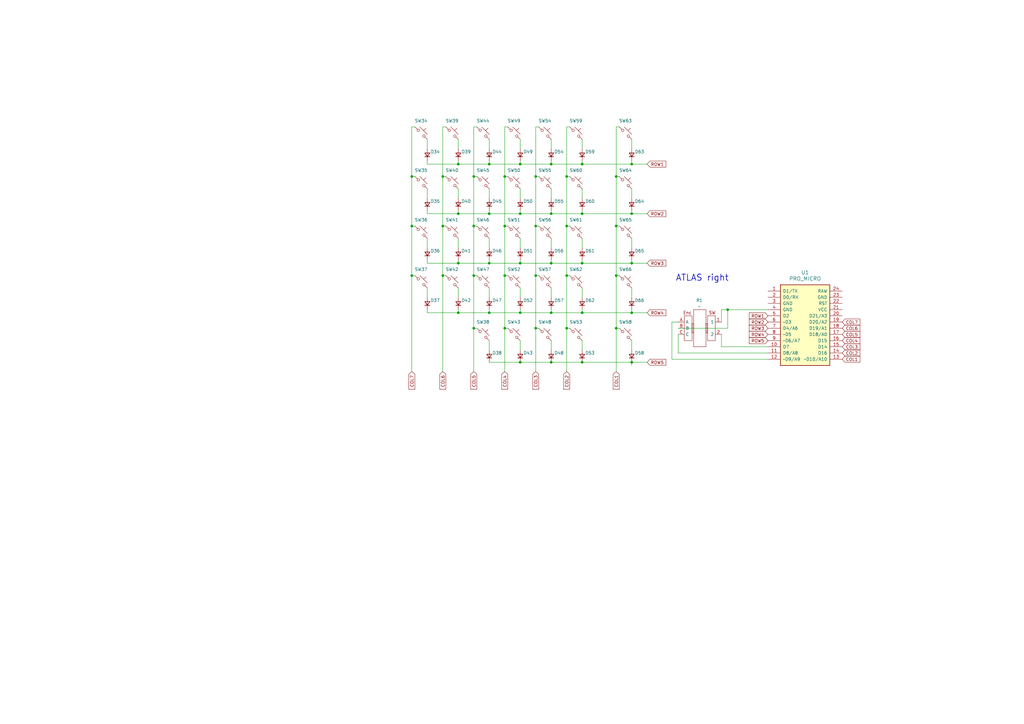
<source format=kicad_sch>
(kicad_sch (version 20250114) (generator "eeschema") (generator_version "9.0")
  (paper "A3")
  (lib_symbols
    (symbol "Arduino:Sparkfun_Pro_Micro" (pin_names (offset 1.016))
      (property "Reference" "U" (at -8.89 21.59 0))
      (property "Value" "Sparkfun_Pro_Micro" (at 0 19.05 0))
      (symbol "Sparkfun_Pro_Micro_0_1"
        (rectangle (start -10.16 17.78) (end 10.16 -15.24) (stroke (width 0.254)) (fill (type background)))
      )
      (symbol "Sparkfun_Pro_Micro_1_1"
        (pin bidirectional line (at -15.24 15.24 0) (length 5.08) (name "D1/TX") (number "1"))
        (pin bidirectional line (at -15.24 12.7 0) (length 5.08) (name "D0/RX") (number "2"))
        (pin power_in line (at -15.24 10.16 0) (length 5.08) (name "GND") (number "3"))
        (pin power_in line (at -15.24 7.62 0) (length 5.08) (name "GND") (number "4"))
        (pin bidirectional line (at -15.24 5.08 0) (length 5.08) (name "D2") (number "5"))
        (pin bidirectional line (at -15.24 2.54 0) (length 5.08) (name "~D3") (number "6"))
        (pin bidirectional line (at -15.24 0 0) (length 5.08) (name "D4/A6") (number "7"))
        (pin bidirectional line (at -15.24 -2.54 0) (length 5.08) (name "~D5") (number "8"))
        (pin bidirectional line (at -15.24 -5.08 0) (length 5.08) (name "~D6/A7") (number "9"))
        (pin bidirectional line (at -15.24 -7.62 0) (length 5.08) (name "D7") (number "10"))
        (pin bidirectional line (at -15.24 -10.16 0) (length 5.08) (name "D8/A8") (number "11"))
        (pin bidirectional line (at -15.24 -12.7 0) (length 5.08) (name "~D9/A9") (number "12"))
        (pin power_in line (at 15.24 15.24 180) (length 5.08) (name "RAW") (number "24"))
        (pin power_in line (at 15.24 12.7 180) (length 5.08) (name "GND") (number "23"))
        (pin input line (at 15.24 10.16 180) (length 5.08) (name "RST") (number "22"))
        (pin power_in line (at 15.24 7.62 180) (length 5.08) (name "VCC") (number "21"))
        (pin bidirectional line (at 15.24 5.08 180) (length 5.08) (name "D21/A3") (number "20"))
        (pin bidirectional line (at 15.24 2.54 180) (length 5.08) (name "D20/A2") (number "19"))
        (pin bidirectional line (at 15.24 0 180) (length 5.08) (name "D19/A1") (number "18"))
        (pin bidirectional line (at 15.24 -2.54 180) (length 5.08) (name "D18/A0") (number "17"))
        (pin bidirectional line (at 15.24 -5.08 180) (length 5.08) (name "D15") (number "16"))
        (pin bidirectional line (at 15.24 -7.62 180) (length 5.08) (name "D14") (number "15"))
        (pin bidirectional line (at 15.24 -10.16 180) (length 5.08) (name "D16") (number "14"))
        (pin bidirectional line (at 15.24 -12.7 180) (length 5.08) (name "~D10/A10") (number "13"))
      )
    )
    (symbol "Device:D_Small" (pin_numbers (hide yes)) (pin_names (offset 0.254) (hide yes))
      (property "Reference" "D" (at -1.27 2.032 0))
      (property "Value" "D_Small" (at -3.81 -2.032 0))
      (symbol "D_Small_0_1"
        (polyline (pts (xy -0.762 0) (xy 0.762 0)))
        (polyline (pts (xy -0.762 -1.016) (xy -0.762 1.016)) (stroke (width 0.254)))
        (polyline (pts (xy 0.762 -1.016) (xy -0.762 0) (xy 0.762 1.016) (xy 0.762 -1.016)) (stroke (width 0.254)))
      )
      (symbol "D_Small_1_1"
        (pin passive line (at -2.54 0 0) (length 1.778) (name "K") (number "1"))
        (pin passive line (at 2.54 0 180) (length 1.778) (name "A") (number "2"))
      )
    )
    (symbol "Switch:SW_Push_45deg" (pin_numbers (hide yes)) (pin_names (offset 1.016) (hide yes))
      (property "Reference" "SW" (at 3.048 1.016 0))
      (property "Value" "SW_Push_45deg" (at 0 -3.81 0))
      (symbol "SW_Push_45deg_0_1"
        (polyline (pts (xy -2.54 2.54) (xy -1.524 1.524) (xy -1.524 1.524)))
        (circle (center -1.1684 1.1684) (radius 0.508))
        (polyline (pts (xy -0.508 2.54) (xy 2.54 -0.508)))
        (polyline (pts (xy 1.016 1.016) (xy 2.032 2.032)))
        (circle (center 1.143 -1.1938) (radius 0.508))
        (polyline (pts (xy 1.524 -1.524) (xy 2.54 -2.54) (xy 2.54 -2.54) (xy 2.54 -2.54)))
        (pin passive line (at -2.54 2.54 0) (length 0) (name "1") (number "1"))
        (pin passive line (at 2.54 -2.54 180) (length 0) (name "2") (number "2"))
      )
    )
    (symbol "THQWGD001:THQWGD001_with_Click"
      (property "Reference" "R" (at 0 -0.254 0))
      (symbol "THQWGD001_with_Click_0_1"
        (rectangle (start -3.175 1.905) (end -2.54 -1.905))
        (rectangle (start -2.54 7.62) (end 2.54 -7.62))
        (rectangle (start 2.54 1.905) (end 3.175 -1.905))
        (rectangle (start 3.175 5.08) (end 6.35 -5.08))
      )
      (symbol "THQWGD001_with_Click_1_1"
        (rectangle (start -6.35 5.08) (end -3.175 -5.08))
        (text "Enc" (at -5.08 6.35 0) (effects (font (size 1.27 1.27))))
        (text "SW" (at 5.08 6.35 0) (effects (font (size 1.27 1.27))))
        (pin passive line (at -8.89 2.54 0) (length 2.54) (name "A") (number "A"))
        (pin passive line (at -8.89 0 0) (length 2.54) (name "B") (number "B"))
        (pin passive line (at -8.89 -2.54 0) (length 2.54) (name "C") (number "C"))
        (pin passive line (at 8.89 2.54 180) (length 2.54) (name "1") (number "1"))
        (pin passive line (at 8.89 -2.54 180) (length 2.54) (name "2") (number "2"))
      )
    )
  )
  (text "ATLAS right\n" (at 288.036 114.046 0) (effects (font (size 2.54 2.54) (thickness 0.254) (bold yes))))
  (junction (at 252.73 113.03))
  (junction (at 194.31 92.71))
  (junction (at 194.31 134.62))
  (junction (at 219.71 72.39))
  (junction (at 207.01 72.39))
  (junction (at 194.31 113.03))
  (junction (at 232.41 113.03))
  (junction (at 259.08 107.95))
  (junction (at 259.08 128.27))
  (junction (at 226.06 148.59))
  (junction (at 232.41 92.71))
  (junction (at 238.76 107.95))
  (junction (at 207.01 134.62))
  (junction (at 187.96 128.27))
  (junction (at 168.91 72.39))
  (junction (at 298.45 127))
  (junction (at 226.06 107.95))
  (junction (at 238.76 67.31))
  (junction (at 219.71 113.03))
  (junction (at 213.36 107.95))
  (junction (at 168.91 92.71))
  (junction (at 168.91 113.03))
  (junction (at 259.08 87.63))
  (junction (at 238.76 148.59))
  (junction (at 252.73 92.71))
  (junction (at 232.41 72.39))
  (junction (at 219.71 92.71))
  (junction (at 226.06 67.31))
  (junction (at 200.66 128.27))
  (junction (at 259.08 148.59))
  (junction (at 213.36 67.31))
  (junction (at 187.96 87.63))
  (junction (at 200.66 107.95))
  (junction (at 181.61 113.03))
  (junction (at 259.08 67.31))
  (junction (at 226.06 128.27))
  (junction (at 252.73 72.39))
  (junction (at 213.36 148.59))
  (junction (at 181.61 92.71))
  (junction (at 213.36 128.27))
  (junction (at 207.01 113.03))
  (junction (at 213.36 87.63))
  (junction (at 200.66 87.63))
  (junction (at 207.01 92.71))
  (junction (at 187.96 67.31))
  (junction (at 232.41 134.62))
  (junction (at 194.31 72.39))
  (junction (at 187.96 107.95))
  (junction (at 219.71 134.62))
  (junction (at 252.73 134.62))
  (junction (at 238.76 128.27))
  (junction (at 226.06 87.63))
  (junction (at 181.61 72.39))
  (junction (at 238.76 87.63))
  (junction (at 200.66 67.31))
  (wire (pts (xy 252.73 134.62) (xy 252.73 152.4)))
  (wire (pts (xy 238.76 118.11) (xy 238.76 121.92)))
  (wire (pts (xy 233.68 134.62) (xy 232.41 134.62)))
  (wire (pts (xy 259.08 57.15) (xy 259.08 60.96)))
  (wire (pts (xy 194.31 92.71) (xy 194.31 113.03)))
  (wire (pts (xy 295.91 137.16) (xy 295.91 142.24)))
  (wire (pts (xy 207.01 113.03) (xy 207.01 134.62)))
  (wire (pts (xy 219.71 52.07) (xy 219.71 72.39)))
  (wire (pts (xy 275.59 132.08) (xy 275.59 147.32)))
  (wire (pts (xy 200.66 106.68) (xy 200.66 107.95)))
  (wire (pts (xy 181.61 52.07) (xy 181.61 72.39)))
  (wire (pts (xy 194.31 134.62) (xy 194.31 152.4)))
  (wire (pts (xy 213.36 127) (xy 213.36 128.27)))
  (wire (pts (xy 213.36 66.04) (xy 213.36 67.31)))
  (wire (pts (xy 259.08 128.27) (xy 265.43 128.27)))
  (wire (pts (xy 252.73 92.71) (xy 252.73 113.03)))
  (wire (pts (xy 219.71 113.03) (xy 219.71 134.62)))
  (wire (pts (xy 226.06 148.59) (xy 238.76 148.59)))
  (wire (pts (xy 220.98 72.39) (xy 219.71 72.39)))
  (wire (pts (xy 254 72.39) (xy 252.73 72.39)))
  (wire (pts (xy 168.91 52.07) (xy 168.91 72.39)))
  (wire (pts (xy 187.96 118.11) (xy 187.96 121.92)))
  (wire (pts (xy 181.61 72.39) (xy 181.61 92.71)))
  (wire (pts (xy 187.96 57.15) (xy 187.96 60.96)))
  (wire (pts (xy 298.45 127) (xy 314.96 127)))
  (wire (pts (xy 213.36 118.11) (xy 213.36 121.92)))
  (wire (pts (xy 213.36 97.79) (xy 213.36 101.6)))
  (wire (pts (xy 232.41 134.62) (xy 232.41 152.4)))
  (wire (pts (xy 213.36 57.15) (xy 213.36 60.96)))
  (wire (pts (xy 259.08 127) (xy 259.08 128.27)))
  (wire (pts (xy 259.08 118.11) (xy 259.08 121.92)))
  (wire (pts (xy 226.06 97.79) (xy 226.06 101.6)))
  (wire (pts (xy 175.26 107.95) (xy 187.96 107.95)))
  (wire (pts (xy 213.36 139.7) (xy 213.36 143.51)))
  (wire (pts (xy 233.68 113.03) (xy 232.41 113.03)))
  (wire (pts (xy 259.08 97.79) (xy 259.08 101.6)))
  (wire (pts (xy 219.71 134.62) (xy 219.71 152.4)))
  (wire (pts (xy 187.96 128.27) (xy 200.66 128.27)))
  (wire (pts (xy 238.76 139.7) (xy 238.76 143.51)))
  (wire (pts (xy 232.41 52.07) (xy 232.41 72.39)))
  (wire (pts (xy 175.26 97.79) (xy 175.26 101.6)))
  (wire (pts (xy 182.88 52.07) (xy 181.61 52.07)))
  (wire (pts (xy 200.66 77.47) (xy 200.66 81.28)))
  (wire (pts (xy 295.91 127) (xy 298.45 127)))
  (wire (pts (xy 298.45 127) (xy 298.45 134.62)))
  (wire (pts (xy 187.96 67.31) (xy 200.66 67.31)))
  (wire (pts (xy 238.76 66.04) (xy 238.76 67.31)))
  (wire (pts (xy 278.13 144.78) (xy 314.96 144.78)))
  (wire (pts (xy 220.98 113.03) (xy 219.71 113.03)))
  (wire (pts (xy 220.98 92.71) (xy 219.71 92.71)))
  (wire (pts (xy 219.71 72.39) (xy 219.71 92.71)))
  (wire (pts (xy 208.28 72.39) (xy 207.01 72.39)))
  (wire (pts (xy 175.26 106.68) (xy 175.26 107.95)))
  (wire (pts (xy 194.31 134.62) (xy 195.58 134.62)))
  (wire (pts (xy 200.66 128.27) (xy 213.36 128.27)))
  (wire (pts (xy 168.91 92.71) (xy 168.91 113.03)))
  (wire (pts (xy 213.36 106.68) (xy 213.36 107.95)))
  (wire (pts (xy 200.66 86.36) (xy 200.66 87.63)))
  (wire (pts (xy 232.41 113.03) (xy 232.41 134.62)))
  (wire (pts (xy 275.59 147.32) (xy 314.96 147.32)))
  (wire (pts (xy 226.06 107.95) (xy 238.76 107.95)))
  (wire (pts (xy 259.08 148.59) (xy 259.08 149.86)))
  (wire (pts (xy 213.36 148.59) (xy 226.06 148.59)))
  (wire (pts (xy 170.18 52.07) (xy 168.91 52.07)))
  (wire (pts (xy 238.76 87.63) (xy 259.08 87.63)))
  (wire (pts (xy 259.08 107.95) (xy 265.43 107.95)))
  (wire (pts (xy 259.08 66.04) (xy 259.08 67.31)))
  (wire (pts (xy 254 92.71) (xy 252.73 92.71)))
  (wire (pts (xy 195.58 113.03) (xy 194.31 113.03)))
  (wire (pts (xy 170.18 92.71) (xy 168.91 92.71)))
  (wire (pts (xy 207.01 72.39) (xy 207.01 92.71)))
  (wire (pts (xy 187.96 87.63) (xy 200.66 87.63)))
  (wire (pts (xy 226.06 86.36) (xy 226.06 87.63)))
  (wire (pts (xy 259.08 77.47) (xy 259.08 81.28)))
  (wire (pts (xy 200.66 87.63) (xy 213.36 87.63)))
  (wire (pts (xy 168.91 72.39) (xy 168.91 92.71)))
  (wire (pts (xy 187.96 77.47) (xy 187.96 81.28)))
  (wire (pts (xy 170.18 72.39) (xy 168.91 72.39)))
  (wire (pts (xy 220.98 52.07) (xy 219.71 52.07)))
  (wire (pts (xy 295.91 132.08) (xy 295.91 127)))
  (wire (pts (xy 238.76 67.31) (xy 259.08 67.31)))
  (wire (pts (xy 200.66 107.95) (xy 213.36 107.95)))
  (wire (pts (xy 226.06 127) (xy 226.06 128.27)))
  (wire (pts (xy 187.96 127) (xy 187.96 128.27)))
  (wire (pts (xy 200.66 66.04) (xy 200.66 67.31)))
  (wire (pts (xy 175.26 128.27) (xy 187.96 128.27)))
  (wire (pts (xy 278.13 134.62) (xy 298.45 134.62)))
  (wire (pts (xy 252.73 113.03) (xy 252.73 134.62)))
  (wire (pts (xy 175.26 57.15) (xy 175.26 60.96)))
  (wire (pts (xy 175.26 67.31) (xy 187.96 67.31)))
  (wire (pts (xy 219.71 134.62) (xy 220.98 134.62)))
  (wire (pts (xy 208.28 52.07) (xy 207.01 52.07)))
  (wire (pts (xy 175.26 118.11) (xy 175.26 121.92)))
  (wire (pts (xy 175.26 77.47) (xy 175.26 81.28)))
  (wire (pts (xy 259.08 67.31) (xy 265.43 67.31)))
  (wire (pts (xy 259.08 139.7) (xy 259.08 143.51)))
  (wire (pts (xy 238.76 86.36) (xy 238.76 87.63)))
  (wire (pts (xy 259.08 106.68) (xy 259.08 107.95)))
  (wire (pts (xy 187.96 66.04) (xy 187.96 67.31)))
  (wire (pts (xy 200.66 57.15) (xy 200.66 60.96)))
  (wire (pts (xy 213.36 77.47) (xy 213.36 81.28)))
  (wire (pts (xy 252.73 134.62) (xy 254 134.62)))
  (wire (pts (xy 238.76 57.15) (xy 238.76 60.96)))
  (wire (pts (xy 238.76 148.59) (xy 259.08 148.59)))
  (wire (pts (xy 238.76 127) (xy 238.76 128.27)))
  (wire (pts (xy 226.06 87.63) (xy 238.76 87.63)))
  (wire (pts (xy 194.31 72.39) (xy 194.31 92.71)))
  (wire (pts (xy 207.01 92.71) (xy 207.01 113.03)))
  (wire (pts (xy 200.66 139.7) (xy 200.66 143.51)))
  (wire (pts (xy 200.66 97.79) (xy 200.66 101.6)))
  (wire (pts (xy 232.41 72.39) (xy 232.41 92.71)))
  (wire (pts (xy 181.61 113.03) (xy 181.61 152.4)))
  (wire (pts (xy 175.26 66.04) (xy 175.26 67.31)))
  (wire (pts (xy 259.08 148.59) (xy 265.43 148.59)))
  (wire (pts (xy 226.06 57.15) (xy 226.06 60.96)))
  (wire (pts (xy 207.01 52.07) (xy 207.01 72.39)))
  (wire (pts (xy 213.36 128.27) (xy 226.06 128.27)))
  (wire (pts (xy 200.66 148.59) (xy 213.36 148.59)))
  (wire (pts (xy 195.58 52.07) (xy 194.31 52.07)))
  (wire (pts (xy 181.61 92.71) (xy 181.61 113.03)))
  (wire (pts (xy 278.13 132.08) (xy 275.59 132.08)))
  (wire (pts (xy 226.06 66.04) (xy 226.06 67.31)))
  (wire (pts (xy 233.68 72.39) (xy 232.41 72.39)))
  (wire (pts (xy 232.41 92.71) (xy 232.41 113.03)))
  (wire (pts (xy 208.28 113.03) (xy 207.01 113.03)))
  (wire (pts (xy 259.08 87.63) (xy 265.43 87.63)))
  (wire (pts (xy 207.01 134.62) (xy 207.01 152.4)))
  (wire (pts (xy 194.31 113.03) (xy 194.31 134.62)))
  (wire (pts (xy 168.91 113.03) (xy 168.91 152.4)))
  (wire (pts (xy 182.88 72.39) (xy 181.61 72.39)))
  (wire (pts (xy 252.73 72.39) (xy 252.73 92.71)))
  (wire (pts (xy 195.58 92.71) (xy 194.31 92.71)))
  (wire (pts (xy 259.08 86.36) (xy 259.08 87.63)))
  (wire (pts (xy 200.66 118.11) (xy 200.66 121.92)))
  (wire (pts (xy 194.31 52.07) (xy 194.31 72.39)))
  (wire (pts (xy 175.26 127) (xy 175.26 128.27)))
  (wire (pts (xy 219.71 92.71) (xy 219.71 113.03)))
  (wire (pts (xy 226.06 139.7) (xy 226.06 143.51)))
  (wire (pts (xy 208.28 92.71) (xy 207.01 92.71)))
  (wire (pts (xy 252.73 52.07) (xy 252.73 72.39)))
  (wire (pts (xy 254 52.07) (xy 252.73 52.07)))
  (wire (pts (xy 213.36 87.63) (xy 226.06 87.63)))
  (wire (pts (xy 233.68 92.71) (xy 232.41 92.71)))
  (wire (pts (xy 213.36 86.36) (xy 213.36 87.63)))
  (wire (pts (xy 213.36 67.31) (xy 226.06 67.31)))
  (wire (pts (xy 226.06 106.68) (xy 226.06 107.95)))
  (wire (pts (xy 187.96 107.95) (xy 200.66 107.95)))
  (wire (pts (xy 254 113.03) (xy 252.73 113.03)))
  (wire (pts (xy 233.68 52.07) (xy 232.41 52.07)))
  (wire (pts (xy 182.88 113.03) (xy 181.61 113.03)))
  (wire (pts (xy 226.06 128.27) (xy 238.76 128.27)))
  (wire (pts (xy 170.18 113.03) (xy 168.91 113.03)))
  (wire (pts (xy 213.36 107.95) (xy 226.06 107.95)))
  (wire (pts (xy 226.06 77.47) (xy 226.06 81.28)))
  (wire (pts (xy 187.96 86.36) (xy 187.96 87.63)))
  (wire (pts (xy 200.66 67.31) (xy 213.36 67.31)))
  (wire (pts (xy 238.76 77.47) (xy 238.76 81.28)))
  (wire (pts (xy 238.76 128.27) (xy 259.08 128.27)))
  (wire (pts (xy 238.76 107.95) (xy 259.08 107.95)))
  (wire (pts (xy 195.58 72.39) (xy 194.31 72.39)))
  (wire (pts (xy 175.26 87.63) (xy 187.96 87.63)))
  (wire (pts (xy 278.13 137.16) (xy 278.13 144.78)))
  (wire (pts (xy 187.96 97.79) (xy 187.96 101.6)))
  (wire (pts (xy 207.01 134.62) (xy 208.28 134.62)))
  (wire (pts (xy 238.76 97.79) (xy 238.76 101.6)))
  (wire (pts (xy 187.96 106.68) (xy 187.96 107.95)))
  (wire (pts (xy 182.88 92.71) (xy 181.61 92.71)))
  (wire (pts (xy 226.06 67.31) (xy 238.76 67.31)))
  (wire (pts (xy 226.06 118.11) (xy 226.06 121.92)))
  (wire (pts (xy 295.91 142.24) (xy 314.96 142.24)))
  (wire (pts (xy 175.26 86.36) (xy 175.26 87.63)))
  (wire (pts (xy 238.76 106.68) (xy 238.76 107.95)))
  (wire (pts (xy 200.66 127) (xy 200.66 128.27)))
  (global_label "ROW1" (shape input) (at 314.96 129.54 180) (property "Intersheetrefs" "${INTERSHEET_REFS}" (effects (hide yes))))
  (global_label "ROW1" (shape input) (at 265.43 67.31 0) (property "Intersheetrefs" "${INTERSHEET_REFS}" (effects (hide yes))))
  (global_label "COL1" (shape input) (at 252.73 152.4 270) (property "Intersheetrefs" "${INTERSHEET_REFS}" (effects (hide yes))))
  (global_label "COL5" (shape input) (at 194.31 152.4 270) (property "Intersheetrefs" "${INTERSHEET_REFS}" (effects (hide yes))))
  (global_label "ROW3" (shape input) (at 314.96 134.62 180) (property "Intersheetrefs" "${INTERSHEET_REFS}" (effects (hide yes))))
  (global_label "COL4" (shape input) (at 345.44 139.7 0) (property "Intersheetrefs" "${INTERSHEET_REFS}" (effects (hide yes))))
  (global_label "COL2" (shape input) (at 345.44 144.78 0) (property "Intersheetrefs" "${INTERSHEET_REFS}" (effects (hide yes))))
  (global_label "ROW2" (shape input) (at 265.43 87.63 0) (property "Intersheetrefs" "${INTERSHEET_REFS}" (effects (hide yes))))
  (global_label "COL1" (shape input) (at 345.44 147.32 0) (property "Intersheetrefs" "${INTERSHEET_REFS}" (effects (hide yes))))
  (global_label "COL6" (shape input) (at 181.61 152.4 270) (property "Intersheetrefs" "${INTERSHEET_REFS}" (effects (hide yes))))
  (global_label "COL2" (shape input) (at 232.41 152.4 270) (property "Intersheetrefs" "${INTERSHEET_REFS}" (effects (hide yes))))
  (global_label "ROW4" (shape input) (at 265.43 128.27 0) (property "Intersheetrefs" "${INTERSHEET_REFS}" (effects (hide yes))))
  (global_label "ROW3" (shape input) (at 265.43 107.95 0) (property "Intersheetrefs" "${INTERSHEET_REFS}" (effects (hide yes))))
  (global_label "COL7" (shape input) (at 345.44 132.08 0) (property "Intersheetrefs" "${INTERSHEET_REFS}" (effects (hide yes))))
  (global_label "COL3" (shape input) (at 345.44 142.24 0) (property "Intersheetrefs" "${INTERSHEET_REFS}" (effects (hide yes))))
  (global_label "COL3" (shape input) (at 219.71 152.4 270) (property "Intersheetrefs" "${INTERSHEET_REFS}" (effects (hide yes))))
  (global_label "ROW5" (shape input) (at 314.96 139.7 180) (property "Intersheetrefs" "${INTERSHEET_REFS}" (effects (hide yes))))
  (global_label "COL5" (shape input) (at 345.44 137.16 0) (property "Intersheetrefs" "${INTERSHEET_REFS}" (effects (hide yes))))
  (global_label "COL7" (shape input) (at 168.91 152.4 270) (property "Intersheetrefs" "${INTERSHEET_REFS}" (effects (hide yes))))
  (global_label "ROW2" (shape input) (at 314.96 132.08 180) (property "Intersheetrefs" "${INTERSHEET_REFS}" (effects (hide yes))))
  (global_label "ROW4" (shape input) (at 314.96 137.16 180) (property "Intersheetrefs" "${INTERSHEET_REFS}" (effects (hide yes))))
  (global_label "COL6" (shape input) (at 345.44 134.62 0) (property "Intersheetrefs" "${INTERSHEET_REFS}" (effects (hide yes))))
  (global_label "COL4" (shape input) (at 207.01 152.4 270) (property "Intersheetrefs" "${INTERSHEET_REFS}" (effects (hide yes))))
  (global_label "ROW5" (shape input) (at 265.43 148.59 0) (property "Intersheetrefs" "${INTERSHEET_REFS}" (effects (hide yes))))
  (symbol (lib_id "Device:D_Small") (at 226.06 104.14 90) (unit 1)
    (property "Reference" "D56" (at 227.33 102.87 90) (effects (justify right)))
    (property "Value" "D" (effects (hide yes)))
    (property "Sim.Device" "D" (effects (hide yes)))
    (property "Sim.Pins" "1=K 2=A" (effects (hide yes)))
  )
  (symbol (lib_id "Device:D_Small") (at 175.26 104.14 90) (unit 1)
    (property "Reference" "D36" (at 176.53 102.87 90) (effects (justify right)))
    (property "Value" "D" (effects (hide yes)))
    (property "Sim.Device" "D" (effects (hide yes)))
    (property "Sim.Pins" "1=K 2=A" (effects (hide yes)))
  )
  (symbol (lib_id "Switch:SW_Push_45deg") (at 210.82 137.16 0) (unit 1)
    (property "Reference" "SW43" (at 210.82 132.08 0))
    (property "Value" "SW_Push" (effects (hide yes)))
  )
  (symbol (lib_id "Device:D_Small") (at 259.08 63.5 90) (unit 1)
    (property "Reference" "D63" (at 260.35 62.23 90) (effects (justify right)))
    (property "Value" "D" (effects (hide yes)))
    (property "Sim.Device" "D" (effects (hide yes)))
    (property "Sim.Pins" "1=K 2=A" (effects (hide yes)))
  )
  (symbol (lib_id "Device:D_Small") (at 213.36 124.46 90) (unit 1)
    (property "Reference" "D52" (at 214.63 123.19 90) (effects (justify right)))
    (property "Value" "D" (effects (hide yes)))
    (property "Sim.Device" "D" (effects (hide yes)))
    (property "Sim.Pins" "1=K 2=A" (effects (hide yes)))
  )
  (symbol (lib_id "Device:D_Small") (at 238.76 146.05 90) (unit 1)
    (property "Reference" "D53" (at 240.03 144.78 90) (effects (justify right)))
    (property "Value" "D" (effects (hide yes)))
    (property "Sim.Device" "D" (effects (hide yes)))
    (property "Sim.Pins" "1=K 2=A" (effects (hide yes)))
  )
  (symbol (lib_id "Switch:SW_Push_45deg") (at 223.52 115.57 0) (unit 1)
    (property "Reference" "SW57" (at 223.52 110.49 0))
    (property "Value" "SW_Push" (effects (hide yes)))
  )
  (symbol (lib_id "Device:D_Small") (at 238.76 63.5 90) (unit 1)
    (property "Reference" "D59" (at 240.03 62.23 90) (effects (justify right)))
    (property "Value" "D" (effects (hide yes)))
    (property "Sim.Device" "D" (effects (hide yes)))
    (property "Sim.Pins" "1=K 2=A" (effects (hide yes)))
  )
  (symbol (lib_id "Device:D_Small") (at 175.26 124.46 90) (unit 1)
    (property "Reference" "D37" (at 176.53 123.19 90) (effects (justify right)))
    (property "Value" "D" (effects (hide yes)))
    (property "Sim.Device" "D" (effects (hide yes)))
    (property "Sim.Pins" "1=K 2=A" (effects (hide yes)))
  )
  (symbol (lib_id "Switch:SW_Push_45deg") (at 198.12 74.93 0) (unit 1)
    (property "Reference" "SW45" (at 198.12 69.85 0))
    (property "Value" "SW_Push" (effects (hide yes)))
  )
  (symbol (lib_id "Device:D_Small") (at 200.66 83.82 90) (unit 1)
    (property "Reference" "D45" (at 201.93 82.55 90) (effects (justify right)))
    (property "Value" "D" (effects (hide yes)))
    (property "Sim.Device" "D" (effects (hide yes)))
    (property "Sim.Pins" "1=K 2=A" (effects (hide yes)))
  )
  (symbol (lib_id "Switch:SW_Push_45deg") (at 223.52 74.93 0) (unit 1)
    (property "Reference" "SW55" (at 223.52 69.85 0))
    (property "Value" "SW_Push" (effects (hide yes)))
  )
  (symbol (lib_id "Device:D_Small") (at 187.96 124.46 90) (unit 1)
    (property "Reference" "D42" (at 189.23 123.19 90) (effects (justify right)))
    (property "Value" "D" (effects (hide yes)))
    (property "Sim.Device" "D" (effects (hide yes)))
    (property "Sim.Pins" "1=K 2=A" (effects (hide yes)))
  )
  (symbol (lib_id "Device:D_Small") (at 226.06 83.82 90) (unit 1)
    (property "Reference" "D55" (at 227.33 82.55 90) (effects (justify right)))
    (property "Value" "D" (effects (hide yes)))
    (property "Sim.Device" "D" (effects (hide yes)))
    (property "Sim.Pins" "1=K 2=A" (effects (hide yes)))
  )
  (symbol (lib_id "Switch:SW_Push_45deg") (at 185.42 54.61 0) (unit 1)
    (property "Reference" "SW39" (at 185.42 49.53 0))
    (property "Value" "SW_Push" (effects (hide yes)))
  )
  (symbol (lib_id "Switch:SW_Push_45deg") (at 210.82 74.93 0) (unit 1)
    (property "Reference" "SW50" (at 210.82 69.85 0))
    (property "Value" "SW_Push" (effects (hide yes)))
  )
  (symbol (lib_id "Device:D_Small") (at 238.76 104.14 90) (unit 1)
    (property "Reference" "D61" (at 240.03 102.87 90) (effects (justify right)))
    (property "Value" "D" (effects (hide yes)))
    (property "Sim.Device" "D" (effects (hide yes)))
    (property "Sim.Pins" "1=K 2=A" (effects (hide yes)))
  )
  (symbol (lib_id "Device:D_Small") (at 226.06 146.05 90) (unit 1)
    (property "Reference" "D48" (at 227.33 144.78 90) (effects (justify right)))
    (property "Value" "D" (effects (hide yes)))
    (property "Sim.Device" "D" (effects (hide yes)))
    (property "Sim.Pins" "1=K 2=A" (effects (hide yes)))
  )
  (symbol (lib_id "Switch:SW_Push_45deg") (at 256.54 115.57 0) (unit 1)
    (property "Reference" "SW66" (at 256.54 110.49 0))
    (property "Value" "SW_Push" (effects (hide yes)))
  )
  (symbol (lib_id "Device:D_Small") (at 187.96 104.14 90) (unit 1)
    (property "Reference" "D41" (at 189.23 102.87 90) (effects (justify right)))
    (property "Value" "D" (effects (hide yes)))
    (property "Sim.Device" "D" (effects (hide yes)))
    (property "Sim.Pins" "1=K 2=A" (effects (hide yes)))
  )
  (symbol (lib_id "Switch:SW_Push_45deg") (at 210.82 95.25 0) (unit 1)
    (property "Reference" "SW51" (at 210.82 90.17 0))
    (property "Value" "SW_Push" (effects (hide yes)))
  )
  (symbol (lib_id "Switch:SW_Push_45deg") (at 236.22 95.25 0) (unit 1)
    (property "Reference" "SW61" (at 236.22 90.17 0))
    (property "Value" "SW_Push" (effects (hide yes)))
  )
  (symbol (lib_id "Switch:SW_Push_45deg") (at 256.54 95.25 0) (unit 1)
    (property "Reference" "SW65" (at 256.54 90.17 0))
    (property "Value" "SW_Push" (effects (hide yes)))
  )
  (symbol (lib_id "Device:D_Small") (at 200.66 146.05 90) (unit 1)
    (property "Reference" "D38" (at 201.93 144.78 90) (effects (justify right)))
    (property "Value" "D" (effects (hide yes)))
    (property "Sim.Device" "D" (effects (hide yes)))
    (property "Sim.Pins" "1=K 2=A" (effects (hide yes)))
  )
  (symbol (lib_id "Switch:SW_Push_45deg") (at 223.52 95.25 0) (unit 1)
    (property "Reference" "SW56" (at 223.52 90.17 0))
    (property "Value" "SW_Push" (effects (hide yes)))
  )
  (symbol (lib_id "Device:D_Small") (at 259.08 124.46 90) (unit 1)
    (property "Reference" "D66" (at 260.35 123.19 90) (effects (justify right)))
    (property "Value" "D" (effects (hide yes)))
    (property "Sim.Device" "D" (effects (hide yes)))
    (property "Sim.Pins" "1=K 2=A" (effects (hide yes)))
  )
  (symbol (lib_id "Device:D_Small") (at 213.36 83.82 90) (unit 1)
    (property "Reference" "D50" (at 214.63 82.55 90) (effects (justify right)))
    (property "Value" "D" (effects (hide yes)))
    (property "Sim.Device" "D" (effects (hide yes)))
    (property "Sim.Pins" "1=K 2=A" (effects (hide yes)))
  )
  (symbol (lib_id "Device:D_Small") (at 175.26 83.82 90) (unit 1)
    (property "Reference" "D35" (at 176.53 82.55 90) (effects (justify right)))
    (property "Value" "D" (effects (hide yes)))
    (property "Sim.Device" "D" (effects (hide yes)))
    (property "Sim.Pins" "1=K 2=A" (effects (hide yes)))
  )
  (symbol (lib_id "Device:D_Small") (at 259.08 146.05 90) (unit 1)
    (property "Reference" "D58" (at 260.35 144.78 90) (effects (justify right)))
    (property "Value" "D" (effects (hide yes)))
    (property "Sim.Device" "D" (effects (hide yes)))
    (property "Sim.Pins" "1=K 2=A" (effects (hide yes)))
  )
  (symbol (lib_id "Device:D_Small") (at 238.76 83.82 90) (unit 1)
    (property "Reference" "D60" (at 240.03 82.55 90) (effects (justify right)))
    (property "Value" "D" (effects (hide yes)))
    (property "Sim.Device" "D" (effects (hide yes)))
    (property "Sim.Pins" "1=K 2=A" (effects (hide yes)))
  )
  (symbol (lib_id "Switch:SW_Push_45deg") (at 172.72 115.57 0) (unit 1)
    (property "Reference" "SW37" (at 172.72 110.49 0))
    (property "Value" "SW_Push" (effects (hide yes)))
  )
  (symbol (lib_id "Switch:SW_Push_45deg") (at 198.12 137.16 0) (unit 1)
    (property "Reference" "SW38" (at 198.12 132.08 0))
    (property "Value" "SW_Push" (effects (hide yes)))
  )
  (symbol (lib_id "Device:D_Small") (at 226.06 63.5 90) (unit 1)
    (property "Reference" "D54" (at 227.33 62.23 90) (effects (justify right)))
    (property "Value" "D" (effects (hide yes)))
    (property "Sim.Device" "D" (effects (hide yes)))
    (property "Sim.Pins" "1=K 2=A" (effects (hide yes)))
  )
  (symbol (lib_id "Switch:SW_Push_45deg") (at 223.52 137.16 0) (unit 1)
    (property "Reference" "SW48" (at 223.52 132.08 0))
    (property "Value" "SW_Push" (effects (hide yes)))
  )
  (symbol (lib_id "Switch:SW_Push_45deg") (at 236.22 137.16 0) (unit 1)
    (property "Reference" "SW53" (at 236.22 132.08 0))
    (property "Value" "SW_Push" (effects (hide yes)))
  )
  (symbol (lib_id "Switch:SW_Push_45deg") (at 198.12 54.61 0) (unit 1)
    (property "Reference" "SW44" (at 198.12 49.53 0))
    (property "Value" "SW_Push" (effects (hide yes)))
  )
  (symbol (lib_id "Device:D_Small") (at 200.66 104.14 90) (unit 1)
    (property "Reference" "D46" (at 201.93 102.87 90) (effects (justify right)))
    (property "Value" "D" (effects (hide yes)))
    (property "Sim.Device" "D" (effects (hide yes)))
    (property "Sim.Pins" "1=K 2=A" (effects (hide yes)))
  )
  (symbol (lib_id "Device:D_Small") (at 213.36 146.05 90) (unit 1)
    (property "Reference" "D43" (at 214.63 144.78 90) (effects (justify right)))
    (property "Value" "D" (effects (hide yes)))
    (property "Sim.Device" "D" (effects (hide yes)))
    (property "Sim.Pins" "1=K 2=A" (effects (hide yes)))
  )
  (symbol (lib_id "Device:D_Small") (at 200.66 63.5 90) (unit 1)
    (property "Reference" "D44" (at 201.93 62.23 90) (effects (justify right)))
    (property "Value" "D" (effects (hide yes)))
    (property "Sim.Device" "D" (effects (hide yes)))
    (property "Sim.Pins" "1=K 2=A" (effects (hide yes)))
  )
  (symbol (lib_id "Device:D_Small") (at 226.06 124.46 90) (unit 1)
    (property "Reference" "D57" (at 227.33 123.19 90) (effects (justify right)))
    (property "Value" "D" (effects (hide yes)))
    (property "Sim.Device" "D" (effects (hide yes)))
    (property "Sim.Pins" "1=K 2=A" (effects (hide yes)))
  )
  (symbol (lib_id "Device:D_Small") (at 259.08 83.82 90) (unit 1)
    (property "Reference" "D64" (at 260.35 82.55 90) (effects (justify right)))
    (property "Value" "D" (effects (hide yes)))
    (property "Sim.Device" "D" (effects (hide yes)))
    (property "Sim.Pins" "1=K 2=A" (effects (hide yes)))
  )
  (symbol (lib_id "Switch:SW_Push_45deg") (at 236.22 74.93 0) (unit 1)
    (property "Reference" "SW60" (at 236.22 69.85 0))
    (property "Value" "SW_Push" (effects (hide yes)))
  )
  (symbol (lib_id "Switch:SW_Push_45deg") (at 185.42 115.57 0) (unit 1)
    (property "Reference" "SW42" (at 185.42 110.49 0))
    (property "Value" "SW_Push" (effects (hide yes)))
  )
  (symbol (lib_id "Switch:SW_Push_45deg") (at 210.82 115.57 0) (unit 1)
    (property "Reference" "SW52" (at 210.82 110.49 0))
    (property "Value" "SW_Push" (effects (hide yes)))
  )
  (symbol (lib_id "Switch:SW_Push_45deg") (at 185.42 74.93 0) (unit 1)
    (property "Reference" "SW40" (at 185.42 69.85 0))
    (property "Value" "SW_Push" (effects (hide yes)))
  )
  (symbol (lib_id "Switch:SW_Push_45deg") (at 172.72 74.93 0) (unit 1)
    (property "Reference" "SW35" (at 172.72 69.85 0))
    (property "Value" "SW_Push" (effects (hide yes)))
  )
  (symbol (lib_id "Switch:SW_Push_45deg") (at 256.54 74.93 0) (unit 1)
    (property "Reference" "SW64" (at 256.54 69.85 0))
    (property "Value" "SW_Push" (effects (hide yes)))
  )
  (symbol (lib_id "Switch:SW_Push_45deg") (at 198.12 95.25 0) (unit 1)
    (property "Reference" "SW46" (at 198.12 90.17 0))
    (property "Value" "SW_Push" (effects (hide yes)))
  )
  (symbol (lib_id "Switch:SW_Push_45deg") (at 236.22 115.57 0) (unit 1)
    (property "Reference" "SW62" (at 236.22 110.49 0))
    (property "Value" "SW_Push" (effects (hide yes)))
  )
  (symbol (lib_id "Switch:SW_Push_45deg") (at 256.54 137.16 0) (unit 1)
    (property "Reference" "SW58" (at 256.54 132.08 0))
    (property "Value" "SW_Push" (effects (hide yes)))
  )
  (symbol (lib_id "Device:D_Small") (at 238.76 124.46 90) (unit 1)
    (property "Reference" "D62" (at 240.03 123.19 90) (effects (justify right)))
    (property "Value" "D" (effects (hide yes)))
    (property "Sim.Device" "D" (effects (hide yes)))
    (property "Sim.Pins" "1=K 2=A" (effects (hide yes)))
  )
  (symbol (lib_id "Switch:SW_Push_45deg") (at 256.54 54.61 0) (unit 1)
    (property "Reference" "SW63" (at 256.54 49.53 0))
    (property "Value" "SW_Push" (effects (hide yes)))
  )
  (symbol (lib_id "Switch:SW_Push_45deg") (at 198.12 115.57 0) (unit 1)
    (property "Reference" "SW47" (at 198.12 110.49 0))
    (property "Value" "SW_Push" (effects (hide yes)))
  )
  (symbol (lib_id "Device:D_Small") (at 187.96 83.82 90) (unit 1)
    (property "Reference" "D40" (at 189.23 82.55 90) (effects (justify right)))
    (property "Value" "D" (effects (hide yes)))
    (property "Sim.Device" "D" (effects (hide yes)))
    (property "Sim.Pins" "1=K 2=A" (effects (hide yes)))
  )
  (symbol (lib_id "Arduino:Sparkfun_Pro_Micro") (at 330.2 134.62 0) (unit 1)
    (property "Reference" "U1" (at 330.2 111.76 0) (effects (font (size 1.524 1.524))))
    (property "Value" "PRO_MICRO" (at 330.2 114.3 0) (effects (font (size 1.524 1.524))))
    (property "Footprint" "Arduino:Sparkfun_Pro_Micro" (effects (hide yes)))
  )
  (symbol (lib_id "Switch:SW_Push_45deg") (at 210.82 54.61 0) (unit 1)
    (property "Reference" "SW49" (at 210.82 49.53 0))
    (property "Value" "SW_Push" (effects (hide yes)))
  )
  (symbol (lib_id "Switch:SW_Push_45deg") (at 236.22 54.61 0) (unit 1)
    (property "Reference" "SW59" (at 236.22 49.53 0))
    (property "Value" "SW_Push" (effects (hide yes)))
  )
  (symbol (lib_id "Device:D_Small") (at 200.66 124.46 90) (unit 1)
    (property "Reference" "D47" (at 201.93 123.19 90) (effects (justify right)))
    (property "Value" "D" (effects (hide yes)))
    (property "Sim.Device" "D" (effects (hide yes)))
    (property "Sim.Pins" "1=K 2=A" (effects (hide yes)))
  )
  (symbol (lib_id "Switch:SW_Push_45deg") (at 172.72 95.25 0) (unit 1)
    (property "Reference" "SW36" (at 172.72 90.17 0))
    (property "Value" "SW_Push" (effects (hide yes)))
  )
  (symbol (lib_id "Device:D_Small") (at 213.36 104.14 90) (unit 1)
    (property "Reference" "D51" (at 214.63 102.87 90) (effects (justify right)))
    (property "Value" "D" (effects (hide yes)))
    (property "Sim.Device" "D" (effects (hide yes)))
    (property "Sim.Pins" "1=K 2=A" (effects (hide yes)))
  )
  (symbol (lib_id "Device:D_Small") (at 175.26 63.5 90) (unit 1)
    (property "Reference" "D34" (at 176.53 62.23 90) (effects (justify right)))
    (property "Value" "D" (effects (hide yes)))
    (property "Sim.Device" "D" (effects (hide yes)))
    (property "Sim.Pins" "1=K 2=A" (effects (hide yes)))
  )
  (symbol (lib_id "Device:D_Small") (at 213.36 63.5 90) (unit 1)
    (property "Reference" "D49" (at 214.63 62.23 90) (effects (justify right)))
    (property "Value" "D" (effects (hide yes)))
    (property "Sim.Device" "D" (effects (hide yes)))
    (property "Sim.Pins" "1=K 2=A" (effects (hide yes)))
  )
  (symbol (lib_id "THQWGD001:THQWGD001_with_Click") (at 287.02 134.62 0) (unit 1)
    (property "Reference" "R1" (at 286.8386 123.19 0))
    (property "Value" "~" (at 286.8386 125.73 0))
    (property "Footprint" "THQWGD001:THQWGD001 with Click [4pin] #1" (effects (hide yes)))
    (property "Datasheet" "https://github.com/Taro-Hayashi/THQWGD001" (effects (hide yes)))
    (property "Description" "1U Wheel Encoder" (effects (hide yes)))
  )
  (symbol (lib_id "Device:D_Small") (at 259.08 104.14 90) (unit 1)
    (property "Reference" "D65" (at 260.35 102.87 90) (effects (justify right)))
    (property "Value" "D" (effects (hide yes)))
    (property "Sim.Device" "D" (effects (hide yes)))
    (property "Sim.Pins" "1=K 2=A" (effects (hide yes)))
  )
  (symbol (lib_id "Device:D_Small") (at 187.96 63.5 90) (unit 1)
    (property "Reference" "D39" (at 189.23 62.23 90) (effects (justify right)))
    (property "Value" "D" (effects (hide yes)))
    (property "Sim.Device" "D" (effects (hide yes)))
    (property "Sim.Pins" "1=K 2=A" (effects (hide yes)))
  )
  (symbol (lib_id "Switch:SW_Push_45deg") (at 172.72 54.61 0) (unit 1)
    (property "Reference" "SW34" (at 172.72 49.53 0))
    (property "Value" "SW_Push" (effects (hide yes)))
  )
  (symbol (lib_id "Switch:SW_Push_45deg") (at 185.42 95.25 0) (unit 1)
    (property "Reference" "SW41" (at 185.42 90.17 0))
    (property "Value" "SW_Push" (effects (hide yes)))
  )
  (symbol (lib_id "Switch:SW_Push_45deg") (at 223.52 54.61 0) (unit 1)
    (property "Reference" "SW54" (at 223.52 49.53 0))
    (property "Value" "SW_Push" (effects (hide yes)))
  )
)
</source>
